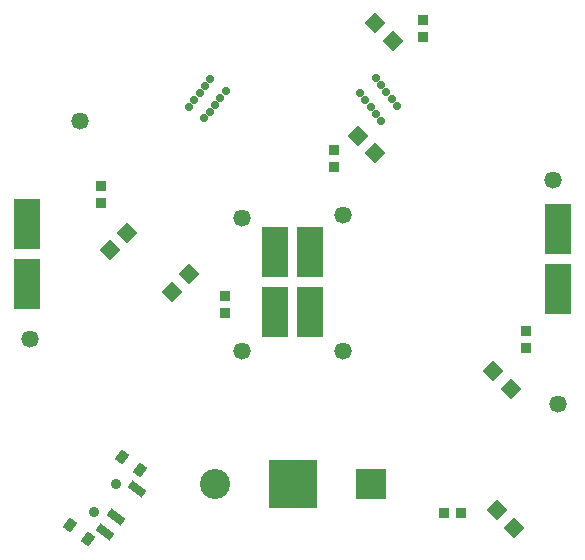
<source format=gts>
%TF.GenerationSoftware,Altium Limited,Altium Designer,23.1.1 (15)*%
G04 Layer_Color=8388736*
%FSLAX42Y42*%
%MOMM*%
%TF.SameCoordinates,B28E977E-5D45-45F3-9009-D632A0DEB075*%
%TF.FilePolarity,Negative*%
%TF.FileFunction,Soldermask,Top*%
%TF.Part,Single*%
G01*
G75*
%TA.AperFunction,SMDPad,CuDef*%
G04:AMPARAMS|DCode=11|XSize=0.7mm|YSize=1.5mm|CornerRadius=0mm|HoleSize=0mm|Usage=FLASHONLY|Rotation=233.000|XOffset=0mm|YOffset=0mm|HoleType=Round|Shape=Rectangle|*
%AMROTATEDRECTD11*
4,1,4,-0.39,0.73,0.81,-0.17,0.39,-0.73,-0.81,0.17,-0.39,0.73,0.0*
%
%ADD11ROTATEDRECTD11*%

G04:AMPARAMS|DCode=12|XSize=1mm|YSize=0.8mm|CornerRadius=0mm|HoleSize=0mm|Usage=FLASHONLY|Rotation=233.000|XOffset=0mm|YOffset=0mm|HoleType=Round|Shape=Rectangle|*
%AMROTATEDRECTD12*
4,1,4,-0.02,0.64,0.62,0.16,0.02,-0.64,-0.62,-0.16,-0.02,0.64,0.0*
%
%ADD12ROTATEDRECTD12*%

%ADD13R,0.96X0.94*%
%ADD15P,1.70X4X360.0*%
%ADD16P,1.70X4X90.0*%
%ADD17R,0.94X0.96*%
%TA.AperFunction,ComponentPad*%
%ADD22C,0.90*%
%TA.AperFunction,SMDPad,CuDef*%
%ADD28R,4.16X4.16*%
%ADD29R,2.20X4.20*%
%TA.AperFunction,ComponentPad*%
%ADD30C,2.55*%
%ADD31R,2.55X2.55*%
%TA.AperFunction,ViaPad*%
%ADD32C,0.70*%
%ADD33C,1.47*%
D11*
X904Y315D02*
D03*
X814Y195D02*
D03*
X1085Y555D02*
D03*
D12*
X1106Y714D02*
D03*
X667Y131D02*
D03*
X952Y830D02*
D03*
X513Y247D02*
D03*
D13*
X4375Y1897D02*
D03*
Y1753D02*
D03*
X2750Y3422D02*
D03*
Y3278D02*
D03*
X1824Y2187D02*
D03*
Y2044D02*
D03*
X775Y2978D02*
D03*
Y3122D02*
D03*
X3500Y4522D02*
D03*
Y4378D02*
D03*
D15*
X3248Y4352D02*
D03*
X3100Y4500D02*
D03*
Y3400D02*
D03*
X2952Y3548D02*
D03*
X4274Y226D02*
D03*
X4126Y374D02*
D03*
X4248Y1402D02*
D03*
X4100Y1550D02*
D03*
D16*
X1524Y2374D02*
D03*
X1376Y2226D02*
D03*
X851Y2576D02*
D03*
X999Y2724D02*
D03*
D17*
X3822Y350D02*
D03*
X3678D02*
D03*
D22*
X900Y600D02*
D03*
X719Y360D02*
D03*
D28*
X2400Y600D02*
D03*
D29*
X2550Y2050D02*
D03*
Y2558D02*
D03*
X2250Y2050D02*
D03*
Y2558D02*
D03*
X4650Y2758D02*
D03*
Y2250D02*
D03*
X150Y2292D02*
D03*
Y2800D02*
D03*
D30*
X1740Y600D02*
D03*
D31*
X3060D02*
D03*
D32*
X3287Y3797D02*
D03*
X3241Y3858D02*
D03*
X3193Y3917D02*
D03*
X3150Y3975D02*
D03*
X3107Y4033D02*
D03*
X1832Y3925D02*
D03*
X1786Y3867D02*
D03*
X1743Y3808D02*
D03*
X1700Y3750D02*
D03*
X1652Y3694D02*
D03*
X2970Y3906D02*
D03*
X3015Y3848D02*
D03*
X3059Y3789D02*
D03*
X3102Y3731D02*
D03*
X3150Y3675D02*
D03*
X1520Y3789D02*
D03*
X1565Y3850D02*
D03*
X1614Y3908D02*
D03*
X1657Y3967D02*
D03*
X1700Y4025D02*
D03*
D33*
X2825Y1725D02*
D03*
Y2875D02*
D03*
X1975Y1725D02*
D03*
Y2850D02*
D03*
X600Y3675D02*
D03*
X175Y1825D02*
D03*
X4650Y1275D02*
D03*
X4600Y3175D02*
D03*
%TF.MD5,d0aad66c1930704d94c9c0fc4d289f21*%
M02*

</source>
